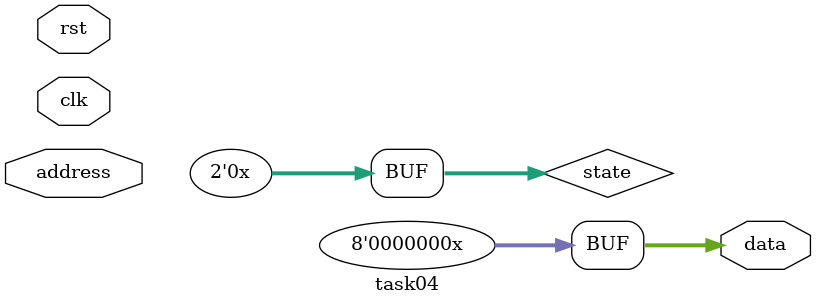
<source format=v>
module task04 (
        input  wire clk,        // clock
        input  wire rst,        // reset
        input  wire [3:0] address,
        output wire [7:0] data
    );
 
	reg [1:0]  state;
	reg [1:0]  next_state;
	
	/* Memory params */
	reg we, oe, cs;
	
	// TODO: Define other required params
	
 
	localparam TRUE = 1'b1,
				  FALSE = 1'b0,
				  STATE_IDLE = 2'd0,
				  STATE_SRAM_READ_INIT = 2'b01,
				  STATE_SRAM_READ = 2'b10;
 
	// TODO: Implement transition from state to next state
	always @(clk) begin
		if (rst)
			state <= 1'dx; 
		else
			state <= 1'dx;
	end
 
	// TODO: Implement the process of reading/writing data
	//                 how to change the state
	// Hint: Pay attention to the list of signals which trigger the block.
	//       When do we want it to run?
	always @(*) begin
		case (state)
			STATE_IDLE: begin
			
			end
			STATE_SRAM_READ_INIT: begin
			
			end
			STATE_SRAM_READ: begin
			
			end
		endcase
	end
	
	// TODO: Assign a value to data bus
	assign data = 1'dx;
	
	// TODO: Create an instance for each memory module
	// Hint: Pay attention to the address width

endmodule
</source>
